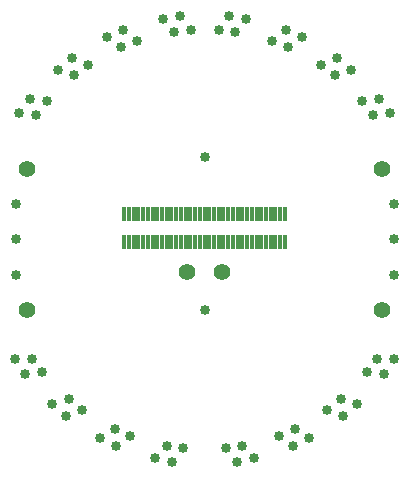
<source format=gts>
G75*
%MOIN*%
%OFA0B0*%
%FSLAX25Y25*%
%IPPOS*%
%LPD*%
%AMOC8*
5,1,8,0,0,1.08239X$1,22.5*
%
%ADD10C,0.05518*%
%ADD11C,0.03353*%
%ADD12R,0.01187X0.04888*%
D10*
X0046722Y0082549D03*
X0046722Y0129793D03*
X0099872Y0095344D03*
X0111683Y0095344D03*
X0164833Y0082549D03*
X0164833Y0129793D03*
D11*
X0054999Y0051266D03*
X0059506Y0047405D03*
X0060447Y0052948D03*
X0064845Y0049494D03*
X0070940Y0039995D03*
X0075766Y0043029D03*
X0076293Y0037431D03*
X0080909Y0040831D03*
X0089255Y0033233D03*
X0093131Y0037413D03*
X0098668Y0036621D03*
X0095089Y0032142D03*
X0112887Y0036621D03*
X0116466Y0032142D03*
X0122301Y0033233D03*
X0118424Y0037413D03*
X0130646Y0040831D03*
X0135789Y0043029D03*
X0135262Y0037431D03*
X0140615Y0039995D03*
X0146710Y0049494D03*
X0151109Y0052948D03*
X0152049Y0047405D03*
X0156556Y0051266D03*
X0159984Y0062019D03*
X0163339Y0066494D03*
X0169036Y0066280D03*
X0165682Y0061383D03*
X0168770Y0094360D03*
X0168770Y0106171D03*
X0168770Y0117982D03*
X0167606Y0148246D03*
X0164082Y0153023D03*
X0161919Y0147833D03*
X0158410Y0152188D03*
X0154609Y0162815D03*
X0149970Y0166517D03*
X0149223Y0160944D03*
X0144707Y0164243D03*
X0138285Y0173523D03*
X0133567Y0170322D03*
X0128350Y0172339D03*
X0132845Y0175898D03*
X0119745Y0179642D03*
X0116017Y0175329D03*
X0110456Y0175927D03*
X0113876Y0180528D03*
X0101100Y0175927D03*
X0095539Y0175329D03*
X0091810Y0179642D03*
X0097679Y0180528D03*
X0083205Y0172339D03*
X0078710Y0175898D03*
X0077988Y0170322D03*
X0073271Y0173523D03*
X0066848Y0164243D03*
X0062332Y0160944D03*
X0056946Y0162815D03*
X0061585Y0166517D03*
X0053145Y0152188D03*
X0049636Y0147833D03*
X0047473Y0153023D03*
X0043950Y0148246D03*
X0042785Y0117982D03*
X0042785Y0106171D03*
X0042785Y0094360D03*
X0048216Y0066494D03*
X0042519Y0066280D03*
X0045873Y0061383D03*
X0051571Y0062019D03*
X0105778Y0082549D03*
X0105778Y0133730D03*
D12*
X0105778Y0114715D03*
X0107352Y0114715D03*
X0108927Y0114715D03*
X0110502Y0114715D03*
X0112077Y0114715D03*
X0113652Y0114715D03*
X0115226Y0114715D03*
X0116801Y0114715D03*
X0118376Y0114715D03*
X0119951Y0114715D03*
X0121526Y0114715D03*
X0123100Y0114715D03*
X0124675Y0114715D03*
X0126250Y0114715D03*
X0127825Y0114715D03*
X0129400Y0114715D03*
X0130974Y0114715D03*
X0132549Y0114715D03*
X0132549Y0105502D03*
X0130974Y0105502D03*
X0129400Y0105502D03*
X0127825Y0105502D03*
X0126250Y0105502D03*
X0124675Y0105502D03*
X0123100Y0105502D03*
X0121526Y0105502D03*
X0119951Y0105502D03*
X0118376Y0105502D03*
X0116801Y0105502D03*
X0115226Y0105502D03*
X0113652Y0105502D03*
X0112077Y0105502D03*
X0110502Y0105502D03*
X0108927Y0105502D03*
X0107352Y0105502D03*
X0105778Y0105502D03*
X0104203Y0105502D03*
X0102628Y0105502D03*
X0101053Y0105502D03*
X0099478Y0105502D03*
X0097904Y0105502D03*
X0096329Y0105502D03*
X0094754Y0105502D03*
X0093179Y0105502D03*
X0091604Y0105502D03*
X0090030Y0105502D03*
X0088455Y0105502D03*
X0086880Y0105502D03*
X0085305Y0105502D03*
X0083730Y0105502D03*
X0082156Y0105502D03*
X0080581Y0105502D03*
X0079006Y0105502D03*
X0079006Y0114715D03*
X0080581Y0114715D03*
X0082156Y0114715D03*
X0083730Y0114715D03*
X0085305Y0114715D03*
X0086880Y0114715D03*
X0088455Y0114715D03*
X0090030Y0114715D03*
X0091604Y0114715D03*
X0093179Y0114715D03*
X0094754Y0114715D03*
X0096329Y0114715D03*
X0097904Y0114715D03*
X0099478Y0114715D03*
X0101053Y0114715D03*
X0102628Y0114715D03*
X0104203Y0114715D03*
M02*

</source>
